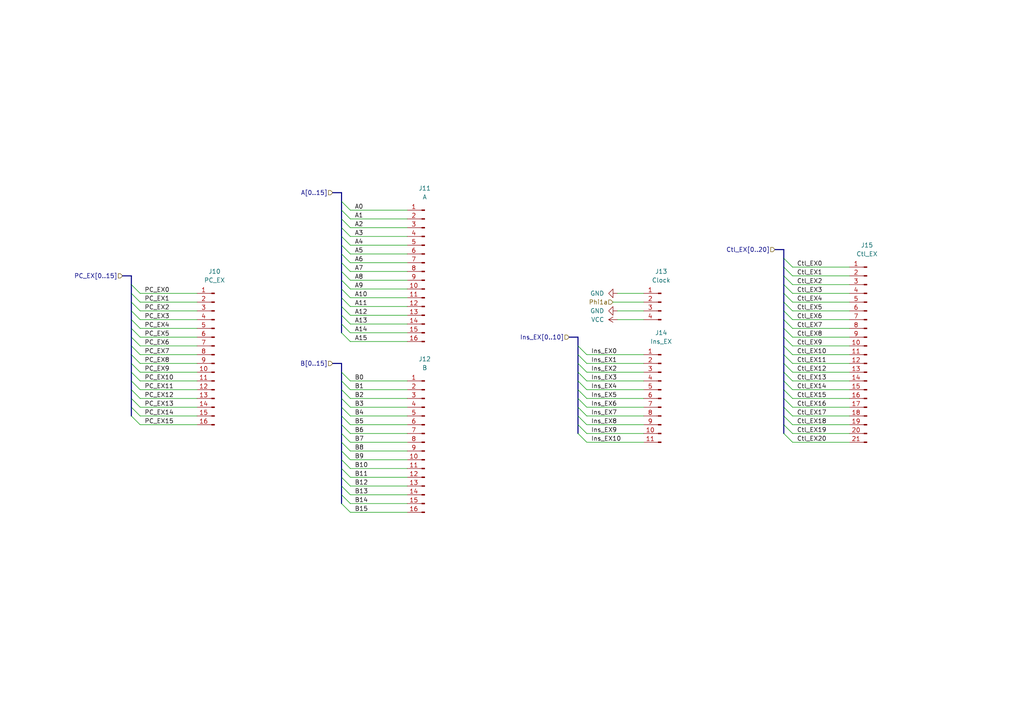
<source format=kicad_sch>
(kicad_sch (version 20230121) (generator eeschema)
  (paper "A4")
  (title_block (title "Turtle16: EX Module Inputs") (date "2023-03-25") (rev "A"))
  (lib_symbols
    (symbol "Connector:Conn_01x04_Pin" (pin_names (offset 1.016) hide)
      (property "Reference" "J" (at 0 5.08 0))
      (property "Value" "Conn_01x04_Pin" (at 0 -7.62 0))
      (symbol "Conn_01x04_Pin_1_1"
        (polyline (pts (xy 1.27 -5.08) (xy 0.8636 -5.08)) (stroke (width 0.1524)))
        (polyline (pts (xy 1.27 -2.54) (xy 0.8636 -2.54)) (stroke (width 0.1524)))
        (polyline (pts (xy 1.27 0) (xy 0.8636 0)) (stroke (width 0.1524)))
        (polyline (pts (xy 1.27 2.54) (xy 0.8636 2.54)) (stroke (width 0.1524)))
        (rectangle (start 0.8636 -4.953) (end 0 -5.207) (stroke (width 0.1524)) (fill (type outline)))
        (rectangle (start 0.8636 -2.413) (end 0 -2.667) (stroke (width 0.1524)) (fill (type outline)))
        (rectangle (start 0.8636 0.127) (end 0 -0.127) (stroke (width 0.1524)) (fill (type outline)))
        (rectangle (start 0.8636 2.667) (end 0 2.413) (stroke (width 0.1524)) (fill (type outline)))
        (pin passive line (at 5.08 2.54 180) (length 3.81) (name "Pin_1") (number "1"))
        (pin passive line (at 5.08 0 180) (length 3.81) (name "Pin_2") (number "2"))
        (pin passive line (at 5.08 -2.54 180) (length 3.81) (name "Pin_3") (number "3"))
        (pin passive line (at 5.08 -5.08 180) (length 3.81) (name "Pin_4") (number "4"))
      )
    )
    (symbol "Connector:Conn_01x11_Pin" (pin_names (offset 1.016) hide)
      (property "Reference" "J" (at 0 15.24 0))
      (property "Value" "Conn_01x11_Pin" (at 0 -15.24 0))
      (symbol "Conn_01x11_Pin_1_1"
        (polyline (pts (xy 1.27 -12.7) (xy 0.8636 -12.7)) (stroke (width 0.1524)))
        (polyline (pts (xy 1.27 -10.16) (xy 0.8636 -10.16)) (stroke (width 0.1524)))
        (polyline (pts (xy 1.27 -7.62) (xy 0.8636 -7.62)) (stroke (width 0.1524)))
        (polyline (pts (xy 1.27 -5.08) (xy 0.8636 -5.08)) (stroke (width 0.1524)))
        (polyline (pts (xy 1.27 -2.54) (xy 0.8636 -2.54)) (stroke (width 0.1524)))
        (polyline (pts (xy 1.27 0) (xy 0.8636 0)) (stroke (width 0.1524)))
        (polyline (pts (xy 1.27 2.54) (xy 0.8636 2.54)) (stroke (width 0.1524)))
        (polyline (pts (xy 1.27 5.08) (xy 0.8636 5.08)) (stroke (width 0.1524)))
        (polyline (pts (xy 1.27 7.62) (xy 0.8636 7.62)) (stroke (width 0.1524)))
        (polyline (pts (xy 1.27 10.16) (xy 0.8636 10.16)) (stroke (width 0.1524)))
        (polyline (pts (xy 1.27 12.7) (xy 0.8636 12.7)) (stroke (width 0.1524)))
        (rectangle (start 0.8636 -12.573) (end 0 -12.827) (stroke (width 0.1524)) (fill (type outline)))
        (rectangle (start 0.8636 -10.033) (end 0 -10.287) (stroke (width 0.1524)) (fill (type outline)))
        (rectangle (start 0.8636 -7.493) (end 0 -7.747) (stroke (width 0.1524)) (fill (type outline)))
        (rectangle (start 0.8636 -4.953) (end 0 -5.207) (stroke (width 0.1524)) (fill (type outline)))
        (rectangle (start 0.8636 -2.413) (end 0 -2.667) (stroke (width 0.1524)) (fill (type outline)))
        (rectangle (start 0.8636 0.127) (end 0 -0.127) (stroke (width 0.1524)) (fill (type outline)))
        (rectangle (start 0.8636 2.667) (end 0 2.413) (stroke (width 0.1524)) (fill (type outline)))
        (rectangle (start 0.8636 5.207) (end 0 4.953) (stroke (width 0.1524)) (fill (type outline)))
        (rectangle (start 0.8636 7.747) (end 0 7.493) (stroke (width 0.1524)) (fill (type outline)))
        (rectangle (start 0.8636 10.287) (end 0 10.033) (stroke (width 0.1524)) (fill (type outline)))
        (rectangle (start 0.8636 12.827) (end 0 12.573) (stroke (width 0.1524)) (fill (type outline)))
        (pin passive line (at 5.08 12.7 180) (length 3.81) (name "Pin_1") (number "1"))
        (pin passive line (at 5.08 -10.16 180) (length 3.81) (name "Pin_10") (number "10"))
        (pin passive line (at 5.08 -12.7 180) (length 3.81) (name "Pin_11") (number "11"))
        (pin passive line (at 5.08 10.16 180) (length 3.81) (name "Pin_2") (number "2"))
        (pin passive line (at 5.08 7.62 180) (length 3.81) (name "Pin_3") (number "3"))
        (pin passive line (at 5.08 5.08 180) (length 3.81) (name "Pin_4") (number "4"))
        (pin passive line (at 5.08 2.54 180) (length 3.81) (name "Pin_5") (number "5"))
        (pin passive line (at 5.08 0 180) (length 3.81) (name "Pin_6") (number "6"))
        (pin passive line (at 5.08 -2.54 180) (length 3.81) (name "Pin_7") (number "7"))
        (pin passive line (at 5.08 -5.08 180) (length 3.81) (name "Pin_8") (number "8"))
        (pin passive line (at 5.08 -7.62 180) (length 3.81) (name "Pin_9") (number "9"))
      )
    )
    (symbol "Connector:Conn_01x16_Pin" (pin_names (offset 1.016) hide)
      (property "Reference" "J" (at 0 20.32 0))
      (property "Value" "Conn_01x16_Pin" (at 0 -22.86 0))
      (symbol "Conn_01x16_Pin_1_1"
        (polyline (pts (xy 1.27 -20.32) (xy 0.8636 -20.32)) (stroke (width 0.1524)))
        (polyline (pts (xy 1.27 -17.78) (xy 0.8636 -17.78)) (stroke (width 0.1524)))
        (polyline (pts (xy 1.27 -15.24) (xy 0.8636 -15.24)) (stroke (width 0.1524)))
        (polyline (pts (xy 1.27 -12.7) (xy 0.8636 -12.7)) (stroke (width 0.1524)))
        (polyline (pts (xy 1.27 -10.16) (xy 0.8636 -10.16)) (stroke (width 0.1524)))
        (polyline (pts (xy 1.27 -7.62) (xy 0.8636 -7.62)) (stroke (width 0.1524)))
        (polyline (pts (xy 1.27 -5.08) (xy 0.8636 -5.08)) (stroke (width 0.1524)))
        (polyline (pts (xy 1.27 -2.54) (xy 0.8636 -2.54)) (stroke (width 0.1524)))
        (polyline (pts (xy 1.27 0) (xy 0.8636 0)) (stroke (width 0.1524)))
        (polyline (pts (xy 1.27 2.54) (xy 0.8636 2.54)) (stroke (width 0.1524)))
        (polyline (pts (xy 1.27 5.08) (xy 0.8636 5.08)) (stroke (width 0.1524)))
        (polyline (pts (xy 1.27 7.62) (xy 0.8636 7.62)) (stroke (width 0.1524)))
        (polyline (pts (xy 1.27 10.16) (xy 0.8636 10.16)) (stroke (width 0.1524)))
        (polyline (pts (xy 1.27 12.7) (xy 0.8636 12.7)) (stroke (width 0.1524)))
        (polyline (pts (xy 1.27 15.24) (xy 0.8636 15.24)) (stroke (width 0.1524)))
        (polyline (pts (xy 1.27 17.78) (xy 0.8636 17.78)) (stroke (width 0.1524)))
        (rectangle (start 0.8636 -20.193) (end 0 -20.447) (stroke (width 0.1524)) (fill (type outline)))
        (rectangle (start 0.8636 -17.653) (end 0 -17.907) (stroke (width 0.1524)) (fill (type outline)))
        (rectangle (start 0.8636 -15.113) (end 0 -15.367) (stroke (width 0.1524)) (fill (type outline)))
        (rectangle (start 0.8636 -12.573) (end 0 -12.827) (stroke (width 0.1524)) (fill (type outline)))
        (rectangle (start 0.8636 -10.033) (end 0 -10.287) (stroke (width 0.1524)) (fill (type outline)))
        (rectangle (start 0.8636 -7.493) (end 0 -7.747) (stroke (width 0.1524)) (fill (type outline)))
        (rectangle (start 0.8636 -4.953) (end 0 -5.207) (stroke (width 0.1524)) (fill (type outline)))
        (rectangle (start 0.8636 -2.413) (end 0 -2.667) (stroke (width 0.1524)) (fill (type outline)))
        (rectangle (start 0.8636 0.127) (end 0 -0.127) (stroke (width 0.1524)) (fill (type outline)))
        (rectangle (start 0.8636 2.667) (end 0 2.413) (stroke (width 0.1524)) (fill (type outline)))
        (rectangle (start 0.8636 5.207) (end 0 4.953) (stroke (width 0.1524)) (fill (type outline)))
        (rectangle (start 0.8636 7.747) (end 0 7.493) (stroke (width 0.1524)) (fill (type outline)))
        (rectangle (start 0.8636 10.287) (end 0 10.033) (stroke (width 0.1524)) (fill (type outline)))
        (rectangle (start 0.8636 12.827) (end 0 12.573) (stroke (width 0.1524)) (fill (type outline)))
        (rectangle (start 0.8636 15.367) (end 0 15.113) (stroke (width 0.1524)) (fill (type outline)))
        (rectangle (start 0.8636 17.907) (end 0 17.653) (stroke (width 0.1524)) (fill (type outline)))
        (pin passive line (at 5.08 17.78 180) (length 3.81) (name "Pin_1") (number "1"))
        (pin passive line (at 5.08 -5.08 180) (length 3.81) (name "Pin_10") (number "10"))
        (pin passive line (at 5.08 -7.62 180) (length 3.81) (name "Pin_11") (number "11"))
        (pin passive line (at 5.08 -10.16 180) (length 3.81) (name "Pin_12") (number "12"))
        (pin passive line (at 5.08 -12.7 180) (length 3.81) (name "Pin_13") (number "13"))
        (pin passive line (at 5.08 -15.24 180) (length 3.81) (name "Pin_14") (number "14"))
        (pin passive line (at 5.08 -17.78 180) (length 3.81) (name "Pin_15") (number "15"))
        (pin passive line (at 5.08 -20.32 180) (length 3.81) (name "Pin_16") (number "16"))
        (pin passive line (at 5.08 15.24 180) (length 3.81) (name "Pin_2") (number "2"))
        (pin passive line (at 5.08 12.7 180) (length 3.81) (name "Pin_3") (number "3"))
        (pin passive line (at 5.08 10.16 180) (length 3.81) (name "Pin_4") (number "4"))
        (pin passive line (at 5.08 7.62 180) (length 3.81) (name "Pin_5") (number "5"))
        (pin passive line (at 5.08 5.08 180) (length 3.81) (name "Pin_6") (number "6"))
        (pin passive line (at 5.08 2.54 180) (length 3.81) (name "Pin_7") (number "7"))
        (pin passive line (at 5.08 0 180) (length 3.81) (name "Pin_8") (number "8"))
        (pin passive line (at 5.08 -2.54 180) (length 3.81) (name "Pin_9") (number "9"))
      )
    )
    (symbol "Connector:Conn_01x21_Pin" (pin_names (offset 1.016) hide)
      (property "Reference" "J" (at 0 27.94 0))
      (property "Value" "Conn_01x21_Pin" (at 0 -27.94 0))
      (symbol "Conn_01x21_Pin_1_1"
        (polyline (pts (xy 1.27 -25.4) (xy 0.8636 -25.4)) (stroke (width 0.1524)))
        (polyline (pts (xy 1.27 -22.86) (xy 0.8636 -22.86)) (stroke (width 0.1524)))
        (polyline (pts (xy 1.27 -20.32) (xy 0.8636 -20.32)) (stroke (width 0.1524)))
        (polyline (pts (xy 1.27 -17.78) (xy 0.8636 -17.78)) (stroke (width 0.1524)))
        (polyline (pts (xy 1.27 -15.24) (xy 0.8636 -15.24)) (stroke (width 0.1524)))
        (polyline (pts (xy 1.27 -12.7) (xy 0.8636 -12.7)) (stroke (width 0.1524)))
        (polyline (pts (xy 1.27 -10.16) (xy 0.8636 -10.16)) (stroke (width 0.1524)))
        (polyline (pts (xy 1.27 -7.62) (xy 0.8636 -7.62)) (stroke (width 0.1524)))
        (polyline (pts (xy 1.27 -5.08) (xy 0.8636 -5.08)) (stroke (width 0.1524)))
        (polyline (pts (xy 1.27 -2.54) (xy 0.8636 -2.54)) (stroke (width 0.1524)))
        (polyline (pts (xy 1.27 0) (xy 0.8636 0)) (stroke (width 0.1524)))
        (polyline (pts (xy 1.27 2.54) (xy 0.8636 2.54)) (stroke (width 0.1524)))
        (polyline (pts (xy 1.27 5.08) (xy 0.8636 5.08)) (stroke (width 0.1524)))
        (polyline (pts (xy 1.27 7.62) (xy 0.8636 7.62)) (stroke (width 0.1524)))
        (polyline (pts (xy 1.27 10.16) (xy 0.8636 10.16)) (stroke (width 0.1524)))
        (polyline (pts (xy 1.27 12.7) (xy 0.8636 12.7)) (stroke (width 0.1524)))
        (polyline (pts (xy 1.27 15.24) (xy 0.8636 15.24)) (stroke (width 0.1524)))
        (polyline (pts (xy 1.27 17.78) (xy 0.8636 17.78)) (stroke (width 0.1524)))
        (polyline (pts (xy 1.27 20.32) (xy 0.8636 20.32)) (stroke (width 0.1524)))
        (polyline (pts (xy 1.27 22.86) (xy 0.8636 22.86)) (stroke (width 0.1524)))
        (polyline (pts (xy 1.27 25.4) (xy 0.8636 25.4)) (stroke (width 0.1524)))
        (rectangle (start 0.8636 -25.273) (end 0 -25.527) (stroke (width 0.1524)) (fill (type outline)))
        (rectangle (start 0.8636 -22.733) (end 0 -22.987) (stroke (width 0.1524)) (fill (type outline)))
        (rectangle (start 0.8636 -20.193) (end 0 -20.447) (stroke (width 0.1524)) (fill (type outline)))
        (rectangle (start 0.8636 -17.653) (end 0 -17.907) (stroke (width 0.1524)) (fill (type outline)))
        (rectangle (start 0.8636 -15.113) (end 0 -15.367) (stroke (width 0.1524)) (fill (type outline)))
        (rectangle (start 0.8636 -12.573) (end 0 -12.827) (stroke (width 0.1524)) (fill (type outline)))
        (rectangle (start 0.8636 -10.033) (end 0 -10.287) (stroke (width 0.1524)) (fill (type outline)))
        (rectangle (start 0.8636 -7.493) (end 0 -7.747) (stroke (width 0.1524)) (fill (type outline)))
        (rectangle (start 0.8636 -4.953) (end 0 -5.207) (stroke (width 0.1524)) (fill (type outline)))
        (rectangle (start 0.8636 -2.413) (end 0 -2.667) (stroke (width 0.1524)) (fill (type outline)))
        (rectangle (start 0.8636 0.127) (end 0 -0.127) (stroke (width 0.1524)) (fill (type outline)))
        (rectangle (start 0.8636 2.667) (end 0 2.413) (stroke (width 0.1524)) (fill (type outline)))
        (rectangle (start 0.8636 5.207) (end 0 4.953) (stroke (width 0.1524)) (fill (type outline)))
        (rectangle (start 0.8636 7.747) (end 0 7.493) (stroke (width 0.1524)) (fill (type outline)))
        (rectangle (start 0.8636 10.287) (end 0 10.033) (stroke (width 0.1524)) (fill (type outline)))
        (rectangle (start 0.8636 12.827) (end 0 12.573) (stroke (width 0.1524)) (fill (type outline)))
        (rectangle (start 0.8636 15.367) (end 0 15.113) (stroke (width 0.1524)) (fill (type outline)))
        (rectangle (start 0.8636 17.907) (end 0 17.653) (stroke (width 0.1524)) (fill (type outline)))
        (rectangle (start 0.8636 20.447) (end 0 20.193) (stroke (width 0.1524)) (fill (type outline)))
        (rectangle (start 0.8636 22.987) (end 0 22.733) (stroke (width 0.1524)) (fill (type outline)))
        (rectangle (start 0.8636 25.527) (end 0 25.273) (stroke (width 0.1524)) (fill (type outline)))
        (pin passive line (at 5.08 25.4 180) (length 3.81) (name "Pin_1") (number "1"))
        (pin passive line (at 5.08 2.54 180) (length 3.81) (name "Pin_10") (number "10"))
        (pin passive line (at 5.08 0 180) (length 3.81) (name "Pin_11") (number "11"))
        (pin passive line (at 5.08 -2.54 180) (length 3.81) (name "Pin_12") (number "12"))
        (pin passive line (at 5.08 -5.08 180) (length 3.81) (name "Pin_13") (number "13"))
        (pin passive line (at 5.08 -7.62 180) (length 3.81) (name "Pin_14") (number "14"))
        (pin passive line (at 5.08 -10.16 180) (length 3.81) (name "Pin_15") (number "15"))
        (pin passive line (at 5.08 -12.7 180) (length 3.81) (name "Pin_16") (number "16"))
        (pin passive line (at 5.08 -15.24 180) (length 3.81) (name "Pin_17") (number "17"))
        (pin passive line (at 5.08 -17.78 180) (length 3.81) (name "Pin_18") (number "18"))
        (pin passive line (at 5.08 -20.32 180) (length 3.81) (name "Pin_19") (number "19"))
        (pin passive line (at 5.08 22.86 180) (length 3.81) (name "Pin_2") (number "2"))
        (pin passive line (at 5.08 -22.86 180) (length 3.81) (name "Pin_20") (number "20"))
        (pin passive line (at 5.08 -25.4 180) (length 3.81) (name "Pin_21") (number "21"))
        (pin passive line (at 5.08 20.32 180) (length 3.81) (name "Pin_3") (number "3"))
        (pin passive line (at 5.08 17.78 180) (length 3.81) (name "Pin_4") (number "4"))
        (pin passive line (at 5.08 15.24 180) (length 3.81) (name "Pin_5") (number "5"))
        (pin passive line (at 5.08 12.7 180) (length 3.81) (name "Pin_6") (number "6"))
        (pin passive line (at 5.08 10.16 180) (length 3.81) (name "Pin_7") (number "7"))
        (pin passive line (at 5.08 7.62 180) (length 3.81) (name "Pin_8") (number "8"))
        (pin passive line (at 5.08 5.08 180) (length 3.81) (name "Pin_9") (number "9"))
      )
    )
    (symbol "power:GND" (power) (pin_names (offset 0))
      (property "Value" "GND" (at 0 -3.81 0))
      (symbol "GND_0_1"
        (polyline (pts (xy 0 0) (xy 0 -1.27) (xy 1.27 -1.27) (xy 0 -2.54) (xy -1.27 -1.27) (xy 0 -1.27)))
      )
      (symbol "GND_1_1"
        (pin power_in line (at 0 0 270) (length 0) hide (name "GND") (number "1"))
      )
    )
    (symbol "power:VCC" (power) (pin_names (offset 0))
      (property "Value" "VCC" (at 0 3.81 0))
      (symbol "VCC_0_1"
        (polyline (pts (xy -0.762 1.27) (xy 0 2.54)))
        (polyline (pts (xy 0 0) (xy 0 2.54)))
        (polyline (pts (xy 0 2.54) (xy 0.762 1.27)))
      )
      (symbol "VCC_1_1"
        (pin power_in line (at 0 0 90) (length 0) hide (name "VCC") (number "1"))
      )
    )
  )
  (bus_entry (at 99.06 66.04) (size 2.54 2.54))
  (bus_entry (at 99.06 91.44) (size 2.54 2.54))
  (bus_entry (at 227.33 125.73) (size 2.54 2.54))
  (bus_entry (at 38.1 110.49) (size 2.54 2.54))
  (bus_entry (at 227.33 100.33) (size 2.54 2.54))
  (bus_entry (at 38.1 105.41) (size 2.54 2.54))
  (bus_entry (at 99.06 60.96) (size 2.54 2.54))
  (bus_entry (at 99.06 73.66) (size 2.54 2.54))
  (bus_entry (at 99.06 140.97) (size 2.54 2.54))
  (bus_entry (at 227.33 95.25) (size 2.54 2.54))
  (bus_entry (at 99.06 118.11) (size 2.54 2.54))
  (bus_entry (at 227.33 123.19) (size 2.54 2.54))
  (bus_entry (at 99.06 81.28) (size 2.54 2.54))
  (bus_entry (at 227.33 85.09) (size 2.54 2.54))
  (bus_entry (at 227.33 80.01) (size 2.54 2.54))
  (bus_entry (at 99.06 113.03) (size 2.54 2.54))
  (bus_entry (at 227.33 120.65) (size 2.54 2.54))
  (bus_entry (at 167.64 120.65) (size 2.54 2.54))
  (bus_entry (at 227.33 102.87) (size 2.54 2.54))
  (bus_entry (at 227.33 115.57) (size 2.54 2.54))
  (bus_entry (at 99.06 143.51) (size 2.54 2.54))
  (bus_entry (at 167.64 113.03) (size 2.54 2.54))
  (bus_entry (at 227.33 90.17) (size 2.54 2.54))
  (bus_entry (at 38.1 95.25) (size 2.54 2.54))
  (bus_entry (at 99.06 128.27) (size 2.54 2.54))
  (bus_entry (at 99.06 63.5) (size 2.54 2.54))
  (bus_entry (at 227.33 77.47) (size 2.54 2.54))
  (bus_entry (at 167.64 110.49) (size 2.54 2.54))
  (bus_entry (at 227.33 82.55) (size 2.54 2.54))
  (bus_entry (at 227.33 87.63) (size 2.54 2.54))
  (bus_entry (at 99.06 123.19) (size 2.54 2.54))
  (bus_entry (at 99.06 125.73) (size 2.54 2.54))
  (bus_entry (at 227.33 107.95) (size 2.54 2.54))
  (bus_entry (at 167.64 123.19) (size 2.54 2.54))
  (bus_entry (at 99.06 146.05) (size 2.54 2.54))
  (bus_entry (at 167.64 107.95) (size 2.54 2.54))
  (bus_entry (at 38.1 82.55) (size 2.54 2.54))
  (bus_entry (at 38.1 87.63) (size 2.54 2.54))
  (bus_entry (at 99.06 68.58) (size 2.54 2.54))
  (bus_entry (at 99.06 88.9) (size 2.54 2.54))
  (bus_entry (at 227.33 110.49) (size 2.54 2.54))
  (bus_entry (at 99.06 130.81) (size 2.54 2.54))
  (bus_entry (at 38.1 100.33) (size 2.54 2.54))
  (bus_entry (at 38.1 113.03) (size 2.54 2.54))
  (bus_entry (at 227.33 113.03) (size 2.54 2.54))
  (bus_entry (at 99.06 78.74) (size 2.54 2.54))
  (bus_entry (at 227.33 118.11) (size 2.54 2.54))
  (bus_entry (at 227.33 105.41) (size 2.54 2.54))
  (bus_entry (at 99.06 71.12) (size 2.54 2.54))
  (bus_entry (at 38.1 85.09) (size 2.54 2.54))
  (bus_entry (at 227.33 92.71) (size 2.54 2.54))
  (bus_entry (at 38.1 92.71) (size 2.54 2.54))
  (bus_entry (at 38.1 107.95) (size 2.54 2.54))
  (bus_entry (at 99.06 58.42) (size 2.54 2.54))
  (bus_entry (at 167.64 125.73) (size 2.54 2.54))
  (bus_entry (at 99.06 96.52) (size 2.54 2.54))
  (bus_entry (at 99.06 120.65) (size 2.54 2.54))
  (bus_entry (at 38.1 118.11) (size 2.54 2.54))
  (bus_entry (at 99.06 76.2) (size 2.54 2.54))
  (bus_entry (at 99.06 93.98) (size 2.54 2.54))
  (bus_entry (at 167.64 105.41) (size 2.54 2.54))
  (bus_entry (at 99.06 107.95) (size 2.54 2.54))
  (bus_entry (at 167.64 115.57) (size 2.54 2.54))
  (bus_entry (at 99.06 86.36) (size 2.54 2.54))
  (bus_entry (at 99.06 138.43) (size 2.54 2.54))
  (bus_entry (at 227.33 74.93) (size 2.54 2.54))
  (bus_entry (at 99.06 110.49) (size 2.54 2.54))
  (bus_entry (at 99.06 133.35) (size 2.54 2.54))
  (bus_entry (at 167.64 102.87) (size 2.54 2.54))
  (bus_entry (at 38.1 115.57) (size 2.54 2.54))
  (bus_entry (at 99.06 83.82) (size 2.54 2.54))
  (bus_entry (at 167.64 100.33) (size 2.54 2.54))
  (bus_entry (at 99.06 115.57) (size 2.54 2.54))
  (bus_entry (at 38.1 90.17) (size 2.54 2.54))
  (bus_entry (at 38.1 97.79) (size 2.54 2.54))
  (bus_entry (at 38.1 120.65) (size 2.54 2.54))
  (bus_entry (at 99.06 135.89) (size 2.54 2.54))
  (bus_entry (at 38.1 102.87) (size 2.54 2.54))
  (bus_entry (at 167.64 118.11) (size 2.54 2.54))
  (bus_entry (at 227.33 97.79) (size 2.54 2.54))
  (wire (pts (xy 101.6 140.97) (xy 118.11 140.97)))
  (bus (pts (xy 227.33 77.47) (xy 227.33 80.01)))
  (bus (pts (xy 167.64 100.33) (xy 167.64 102.87)))
  (bus (pts (xy 227.33 123.19) (xy 227.33 125.73)))
  (bus (pts (xy 38.1 90.17) (xy 38.1 92.71)))
  (bus (pts (xy 227.33 105.41) (xy 227.33 107.95)))
  (bus (pts (xy 99.06 93.98) (xy 99.06 96.52)))
  (bus (pts (xy 99.06 105.41) (xy 99.06 107.95)))
  (bus (pts (xy 35.56 80.01) (xy 38.1 80.01)))
  (wire (pts (xy 229.87 77.47) (xy 246.38 77.47)))
  (wire (pts (xy 101.6 68.58) (xy 118.11 68.58)))
  (bus (pts (xy 227.33 95.25) (xy 227.33 97.79)))
  (bus (pts (xy 99.06 110.49) (xy 99.06 113.03)))
  (wire (pts (xy 229.87 92.71) (xy 246.38 92.71)))
  (bus (pts (xy 99.06 128.27) (xy 99.06 130.81)))
  (bus (pts (xy 227.33 82.55) (xy 227.33 85.09)))
  (wire (pts (xy 101.6 86.36) (xy 118.11 86.36)))
  (bus (pts (xy 224.79 72.39) (xy 227.33 72.39)))
  (bus (pts (xy 167.64 118.11) (xy 167.64 120.65)))
  (bus (pts (xy 227.33 92.71) (xy 227.33 95.25)))
  (wire (pts (xy 170.18 102.87) (xy 186.69 102.87)))
  (wire (pts (xy 170.18 123.19) (xy 186.69 123.19)))
  (wire (pts (xy 40.64 120.65) (xy 57.15 120.65)))
  (bus (pts (xy 99.06 115.57) (xy 99.06 118.11)))
  (wire (pts (xy 101.6 130.81) (xy 118.11 130.81)))
  (wire (pts (xy 101.6 148.59) (xy 118.11 148.59)))
  (wire (pts (xy 101.6 113.03) (xy 118.11 113.03)))
  (wire (pts (xy 229.87 113.03) (xy 246.38 113.03)))
  (wire (pts (xy 40.64 85.09) (xy 57.15 85.09)))
  (bus (pts (xy 99.06 83.82) (xy 99.06 86.36)))
  (bus (pts (xy 99.06 125.73) (xy 99.06 128.27)))
  (bus (pts (xy 167.64 105.41) (xy 167.64 107.95)))
  (wire (pts (xy 229.87 120.65) (xy 246.38 120.65)))
  (bus (pts (xy 167.64 110.49) (xy 167.64 113.03)))
  (bus (pts (xy 227.33 120.65) (xy 227.33 123.19)))
  (bus (pts (xy 99.06 91.44) (xy 99.06 93.98)))
  (wire (pts (xy 101.6 128.27) (xy 118.11 128.27)))
  (wire (pts (xy 170.18 113.03) (xy 186.69 113.03)))
  (bus (pts (xy 227.33 97.79) (xy 227.33 100.33)))
  (bus (pts (xy 99.06 58.42) (xy 99.06 60.96)))
  (bus (pts (xy 38.1 102.87) (xy 38.1 105.41)))
  (wire (pts (xy 229.87 123.19) (xy 246.38 123.19)))
  (wire (pts (xy 186.69 90.17) (xy 179.07 90.17)))
  (bus (pts (xy 227.33 87.63) (xy 227.33 90.17)))
  (wire (pts (xy 229.87 102.87) (xy 246.38 102.87)))
  (bus (pts (xy 99.06 81.28) (xy 99.06 83.82)))
  (bus (pts (xy 38.1 85.09) (xy 38.1 87.63)))
  (bus (pts (xy 167.64 107.95) (xy 167.64 110.49)))
  (bus (pts (xy 227.33 113.03) (xy 227.33 115.57)))
  (wire (pts (xy 229.87 95.25) (xy 246.38 95.25)))
  (bus (pts (xy 167.64 97.79) (xy 167.64 100.33)))
  (wire (pts (xy 170.18 110.49) (xy 186.69 110.49)))
  (wire (pts (xy 40.64 105.41) (xy 57.15 105.41)))
  (wire (pts (xy 101.6 60.96) (xy 118.11 60.96)))
  (wire (pts (xy 40.64 113.03) (xy 57.15 113.03)))
  (wire (pts (xy 101.6 120.65) (xy 118.11 120.65)))
  (wire (pts (xy 40.64 102.87) (xy 57.15 102.87)))
  (wire (pts (xy 101.6 76.2) (xy 118.11 76.2)))
  (bus (pts (xy 99.06 55.88) (xy 99.06 58.42)))
  (wire (pts (xy 101.6 115.57) (xy 118.11 115.57)))
  (bus (pts (xy 99.06 66.04) (xy 99.06 68.58)))
  (bus (pts (xy 38.1 107.95) (xy 38.1 110.49)))
  (bus (pts (xy 99.06 130.81) (xy 99.06 133.35)))
  (bus (pts (xy 227.33 102.87) (xy 227.33 105.41)))
  (bus (pts (xy 99.06 78.74) (xy 99.06 81.28)))
  (bus (pts (xy 227.33 74.93) (xy 227.33 77.47)))
  (bus (pts (xy 99.06 86.36) (xy 99.06 88.9)))
  (bus (pts (xy 227.33 72.39) (xy 227.33 74.93)))
  (wire (pts (xy 186.69 85.09) (xy 179.07 85.09)))
  (bus (pts (xy 38.1 113.03) (xy 38.1 115.57)))
  (wire (pts (xy 101.6 78.74) (xy 118.11 78.74)))
  (bus (pts (xy 167.64 113.03) (xy 167.64 115.57)))
  (wire (pts (xy 229.87 115.57) (xy 246.38 115.57)))
  (bus (pts (xy 99.06 135.89) (xy 99.06 138.43)))
  (wire (pts (xy 101.6 73.66) (xy 118.11 73.66)))
  (bus (pts (xy 99.06 63.5) (xy 99.06 66.04)))
  (wire (pts (xy 101.6 143.51) (xy 118.11 143.51)))
  (wire (pts (xy 101.6 118.11) (xy 118.11 118.11)))
  (bus (pts (xy 227.33 100.33) (xy 227.33 102.87)))
  (wire (pts (xy 40.64 107.95) (xy 57.15 107.95)))
  (bus (pts (xy 38.1 80.01) (xy 38.1 82.55)))
  (wire (pts (xy 40.64 97.79) (xy 57.15 97.79)))
  (bus (pts (xy 38.1 82.55) (xy 38.1 85.09)))
  (wire (pts (xy 40.64 115.57) (xy 57.15 115.57)))
  (wire (pts (xy 170.18 118.11) (xy 186.69 118.11)))
  (wire (pts (xy 101.6 88.9) (xy 118.11 88.9)))
  (bus (pts (xy 38.1 95.25) (xy 38.1 97.79)))
  (bus (pts (xy 99.06 120.65) (xy 99.06 123.19)))
  (bus (pts (xy 99.06 118.11) (xy 99.06 120.65)))
  (wire (pts (xy 101.6 138.43) (xy 118.11 138.43)))
  (bus (pts (xy 99.06 68.58) (xy 99.06 71.12)))
  (bus (pts (xy 227.33 115.57) (xy 227.33 118.11)))
  (wire (pts (xy 170.18 125.73) (xy 186.69 125.73)))
  (wire (pts (xy 101.6 146.05) (xy 118.11 146.05)))
  (wire (pts (xy 101.6 93.98) (xy 118.11 93.98)))
  (wire (pts (xy 101.6 91.44) (xy 118.11 91.44)))
  (wire (pts (xy 40.64 123.19) (xy 57.15 123.19)))
  (wire (pts (xy 186.69 92.71) (xy 179.07 92.71)))
  (bus (pts (xy 227.33 80.01) (xy 227.33 82.55)))
  (wire (pts (xy 170.18 107.95) (xy 186.69 107.95)))
  (bus (pts (xy 99.06 133.35) (xy 99.06 135.89)))
  (bus (pts (xy 99.06 60.96) (xy 99.06 63.5)))
  (wire (pts (xy 101.6 63.5) (xy 118.11 63.5)))
  (bus (pts (xy 99.06 73.66) (xy 99.06 76.2)))
  (bus (pts (xy 227.33 107.95) (xy 227.33 110.49)))
  (bus (pts (xy 167.64 102.87) (xy 167.64 105.41)))
  (wire (pts (xy 170.18 115.57) (xy 186.69 115.57)))
  (wire (pts (xy 40.64 95.25) (xy 57.15 95.25)))
  (bus (pts (xy 99.06 107.95) (xy 99.06 110.49)))
  (wire (pts (xy 229.87 105.41) (xy 246.38 105.41)))
  (bus (pts (xy 38.1 100.33) (xy 38.1 102.87)))
  (wire (pts (xy 101.6 110.49) (xy 118.11 110.49)))
  (bus (pts (xy 99.06 143.51) (xy 99.06 146.05)))
  (wire (pts (xy 101.6 66.04) (xy 118.11 66.04)))
  (wire (pts (xy 40.64 90.17) (xy 57.15 90.17)))
  (bus (pts (xy 96.52 55.88) (xy 99.06 55.88)))
  (bus (pts (xy 167.64 123.19) (xy 167.64 125.73)))
  (wire (pts (xy 170.18 128.27) (xy 186.69 128.27)))
  (bus (pts (xy 38.1 118.11) (xy 38.1 120.65)))
  (bus (pts (xy 99.06 71.12) (xy 99.06 73.66)))
  (bus (pts (xy 227.33 85.09) (xy 227.33 87.63)))
  (wire (pts (xy 229.87 90.17) (xy 246.38 90.17)))
  (wire (pts (xy 40.64 87.63) (xy 57.15 87.63)))
  (bus (pts (xy 99.06 88.9) (xy 99.06 91.44)))
  (bus (pts (xy 96.52 105.41) (xy 99.06 105.41)))
  (wire (pts (xy 101.6 71.12) (xy 118.11 71.12)))
  (bus (pts (xy 167.64 120.65) (xy 167.64 123.19)))
  (wire (pts (xy 101.6 83.82) (xy 118.11 83.82)))
  (wire (pts (xy 229.87 87.63) (xy 246.38 87.63)))
  (bus (pts (xy 38.1 110.49) (xy 38.1 113.03)))
  (wire (pts (xy 40.64 92.71) (xy 57.15 92.71)))
  (wire (pts (xy 229.87 128.27) (xy 246.38 128.27)))
  (bus (pts (xy 99.06 138.43) (xy 99.06 140.97)))
  (wire (pts (xy 170.18 120.65) (xy 186.69 120.65)))
  (wire (pts (xy 101.6 133.35) (xy 118.11 133.35)))
  (wire (pts (xy 101.6 123.19) (xy 118.11 123.19)))
  (bus (pts (xy 167.64 115.57) (xy 167.64 118.11)))
  (wire (pts (xy 229.87 107.95) (xy 246.38 107.95)))
  (wire (pts (xy 229.87 85.09) (xy 246.38 85.09)))
  (wire (pts (xy 101.6 81.28) (xy 118.11 81.28)))
  (wire (pts (xy 229.87 97.79) (xy 246.38 97.79)))
  (wire (pts (xy 229.87 125.73) (xy 246.38 125.73)))
  (wire (pts (xy 101.6 99.06) (xy 118.11 99.06)))
  (bus (pts (xy 165.1 97.79) (xy 167.64 97.79)))
  (wire (pts (xy 229.87 110.49) (xy 246.38 110.49)))
  (bus (pts (xy 99.06 123.19) (xy 99.06 125.73)))
  (wire (pts (xy 101.6 125.73) (xy 118.11 125.73)))
  (wire (pts (xy 186.69 87.63) (xy 177.8 87.63)))
  (wire (pts (xy 170.18 105.41) (xy 186.69 105.41)))
  (wire (pts (xy 229.87 118.11) (xy 246.38 118.11)))
  (bus (pts (xy 99.06 76.2) (xy 99.06 78.74)))
  (bus (pts (xy 38.1 92.71) (xy 38.1 95.25)))
  (bus (pts (xy 99.06 140.97) (xy 99.06 143.51)))
  (bus (pts (xy 38.1 87.63) (xy 38.1 90.17)))
  (bus (pts (xy 38.1 97.79) (xy 38.1 100.33)))
  (wire (pts (xy 101.6 135.89) (xy 118.11 135.89)))
  (bus (pts (xy 38.1 105.41) (xy 38.1 107.95)))
  (wire (pts (xy 40.64 118.11) (xy 57.15 118.11)))
  (bus (pts (xy 227.33 90.17) (xy 227.33 92.71)))
  (bus (pts (xy 38.1 115.57) (xy 38.1 118.11)))
  (wire (pts (xy 40.64 110.49) (xy 57.15 110.49)))
  (wire (pts (xy 40.64 100.33) (xy 57.15 100.33)))
  (bus (pts (xy 227.33 110.49) (xy 227.33 113.03)))
  (bus (pts (xy 99.06 113.03) (xy 99.06 115.57)))
  (wire (pts (xy 229.87 80.01) (xy 246.38 80.01)))
  (wire (pts (xy 229.87 100.33) (xy 246.38 100.33)))
  (wire (pts (xy 229.87 82.55) (xy 246.38 82.55)))
  (bus (pts (xy 227.33 118.11) (xy 227.33 120.65)))
  (wire (pts (xy 101.6 96.52) (xy 118.11 96.52)))
  (label "Ctl_EX2" (at 231.14 82.55 0))
  (label "A6" (at 102.87 76.2 0))
  (label "PC_EX12" (at 41.91 115.57 0))
  (label "PC_EX2" (at 41.91 90.17 0))
  (label "Ctl_EX11" (at 231.14 105.41 0))
  (label "PC_EX11" (at 41.91 113.03 0))
  (label "Ctl_EX17" (at 231.14 120.65 0))
  (label "A11" (at 102.87 88.9 0))
  (label "Ctl_EX1" (at 231.14 80.01 0))
  (label "B7" (at 102.87 128.27 0))
  (label "A10" (at 102.87 86.36 0))
  (label "B11" (at 102.87 138.43 0))
  (label "Ctl_EX14" (at 231.14 113.03 0))
  (label "B4" (at 102.87 120.65 0))
  (label "Ctl_EX6" (at 231.14 92.71 0))
  (label "B2" (at 102.87 115.57 0))
  (label "B0" (at 102.87 110.49 0))
  (label "Ctl_EX20" (at 231.14 128.27 0))
  (label "Ins_EX6" (at 171.45 118.11 0))
  (label "Ins_EX10" (at 171.45 128.27 0))
  (label "A4" (at 102.87 71.12 0))
  (label "A14" (at 102.87 96.52 0))
  (label "PC_EX10" (at 41.91 110.49 0))
  (label "PC_EX7" (at 41.91 102.87 0))
  (label "Ctl_EX15" (at 231.14 115.57 0))
  (label "Ctl_EX7" (at 231.14 95.25 0))
  (label "A3" (at 102.87 68.58 0))
  (label "Ctl_EX4" (at 231.14 87.63 0))
  (label "Ins_EX4" (at 171.45 113.03 0))
  (label "Ctl_EX3" (at 231.14 85.09 0))
  (label "Ins_EX5" (at 171.45 115.57 0))
  (label "B8" (at 102.87 130.81 0))
  (label "B3" (at 102.87 118.11 0))
  (label "A7" (at 102.87 78.74 0))
  (label "A15" (at 102.87 99.06 0))
  (label "Ctl_EX9" (at 231.14 100.33 0))
  (label "B1" (at 102.87 113.03 0))
  (label "PC_EX4" (at 41.91 95.25 0))
  (label "PC_EX0" (at 41.91 85.09 0))
  (label "PC_EX14" (at 41.91 120.65 0))
  (label "A9" (at 102.87 83.82 0))
  (label "Ins_EX8" (at 171.45 123.19 0))
  (label "Ctl_EX0" (at 231.14 77.47 0))
  (label "Ins_EX3" (at 171.45 110.49 0))
  (label "PC_EX13" (at 41.91 118.11 0))
  (label "Ctl_EX19" (at 231.14 125.73 0))
  (label "B14" (at 102.87 146.05 0))
  (label "Ins_EX9" (at 171.45 125.73 0))
  (label "Ctl_EX12" (at 231.14 107.95 0))
  (label "B10" (at 102.87 135.89 0))
  (label "Ins_EX0" (at 171.45 102.87 0))
  (label "A13" (at 102.87 93.98 0))
  (label "PC_EX8" (at 41.91 105.41 0))
  (label "A12" (at 102.87 91.44 0))
  (label "Ctl_EX13" (at 231.14 110.49 0))
  (label "PC_EX5" (at 41.91 97.79 0))
  (label "Ins_EX1" (at 171.45 105.41 0))
  (label "PC_EX9" (at 41.91 107.95 0))
  (label "PC_EX15" (at 41.91 123.19 0))
  (label "B9" (at 102.87 133.35 0))
  (label "PC_EX3" (at 41.91 92.71 0))
  (label "B5" (at 102.87 123.19 0))
  (label "A8" (at 102.87 81.28 0))
  (label "B15" (at 102.87 148.59 0))
  (label "A2" (at 102.87 66.04 0))
  (label "Ctl_EX5" (at 231.14 90.17 0))
  (label "Ctl_EX18" (at 231.14 123.19 0))
  (label "A0" (at 102.87 60.96 0))
  (label "Ins_EX2" (at 171.45 107.95 0))
  (label "PC_EX6" (at 41.91 100.33 0))
  (label "Ctl_EX10" (at 231.14 102.87 0))
  (label "PC_EX1" (at 41.91 87.63 0))
  (label "B6" (at 102.87 125.73 0))
  (label "A1" (at 102.87 63.5 0))
  (label "B13" (at 102.87 143.51 0))
  (label "Ctl_EX16" (at 231.14 118.11 0))
  (label "B12" (at 102.87 140.97 0))
  (label "Ctl_EX8" (at 231.14 97.79 0))
  (label "A5" (at 102.87 73.66 0))
  (label "Ins_EX7" (at 171.45 120.65 0))
  (hierarchical_label "Ins_EX[0..10]" (shape input) (at 165.1 97.79 180))
  (hierarchical_label "Ctl_EX[0..20]" (shape input) (at 224.79 72.39 180))
  (hierarchical_label "A[0..15]" (shape input) (at 96.52 55.88 180))
  (hierarchical_label "B[0..15]" (shape input) (at 96.52 105.41 180))
  (hierarchical_label "Phi1a" (shape input) (at 177.8 87.63 180))
  (hierarchical_label "PC_EX[0..15]" (shape input) (at 35.56 80.01 180))
  (symbol (lib_id "Connector:Conn_01x16_Pin") (at 123.19 128.27 0) (mirror y) (unit 1)
    (property "Reference" "J12" (at 123.19 104.14 0))
    (property "Value" "B" (at 123.19 106.68 0))
    (property "Footprint" "Connector_PinHeader_2.54mm:PinHeader_1x16_P2.54mm_Vertical" (effects hide))
  )
  (symbol (lib_id "Connector:Conn_01x16_Pin") (at 62.23 102.87 0) (mirror y) (unit 1)
    (property "Reference" "J10" (at 62.23 78.74 0))
    (property "Value" "PC_EX" (at 62.23 81.28 0))
    (property "Footprint" "Connector_PinHeader_2.54mm:PinHeader_1x16_P2.54mm_Vertical" (effects hide))
  )
  (symbol (lib_id "Connector:Conn_01x04_Pin") (at 191.77 87.63 0) (mirror y) (unit 1)
    (property "Reference" "J13" (at 191.77 78.74 0))
    (property "Value" "Clock" (at 191.77 81.28 0))
    (property "Footprint" "Connector_PinHeader_2.54mm:PinHeader_1x04_P2.54mm_Vertical" (effects hide))
  )
  (symbol (lib_id "power:VCC") (at 179.07 92.71 90) (mirror x) (unit 1)
    (property "Reference" "#PWR0111" (effects hide))
    (property "Value" "VCC" (at 175.26 92.7099 90) (effects (justify left)))
  )
  (symbol (lib_id "Connector:Conn_01x16_Pin") (at 123.19 78.74 0) (mirror y) (unit 1)
    (property "Reference" "J11" (at 123.19 54.61 0))
    (property "Value" "A" (at 123.19 57.15 0))
    (property "Footprint" "Connector_PinHeader_2.54mm:PinHeader_1x16_P2.54mm_Vertical" (effects hide))
  )
  (symbol (lib_id "Connector:Conn_01x11_Pin") (at 191.77 115.57 0) (mirror y) (unit 1)
    (property "Reference" "J14" (at 191.77 96.52 0))
    (property "Value" "Ins_EX" (at 191.77 99.06 0))
    (property "Footprint" "Connector_PinHeader_2.54mm:PinHeader_1x11_P2.54mm_Vertical" (effects hide))
  )
  (symbol (lib_id "Connector:Conn_01x21_Pin") (at 251.46 102.87 0) (mirror y) (unit 1)
    (property "Reference" "J15" (at 251.46 71.12 0))
    (property "Value" "Ctl_EX" (at 251.46 73.66 0))
    (property "Footprint" "Connector_PinHeader_2.54mm:PinHeader_1x21_P2.54mm_Vertical" (effects hide))
  )
  (symbol (lib_id "power:GND") (at 179.07 90.17 270) (mirror x) (unit 1)
    (property "Reference" "#PWR0110" (effects hide))
    (property "Value" "GND" (at 175.26 90.1699 90) (effects (justify right)))
  )
  (symbol (lib_id "power:GND") (at 179.07 85.09 270) (mirror x) (unit 1)
    (property "Reference" "#PWR0109" (effects hide))
    (property "Value" "GND" (at 175.26 85.0899 90) (effects (justify right)))
  )
)
</source>
